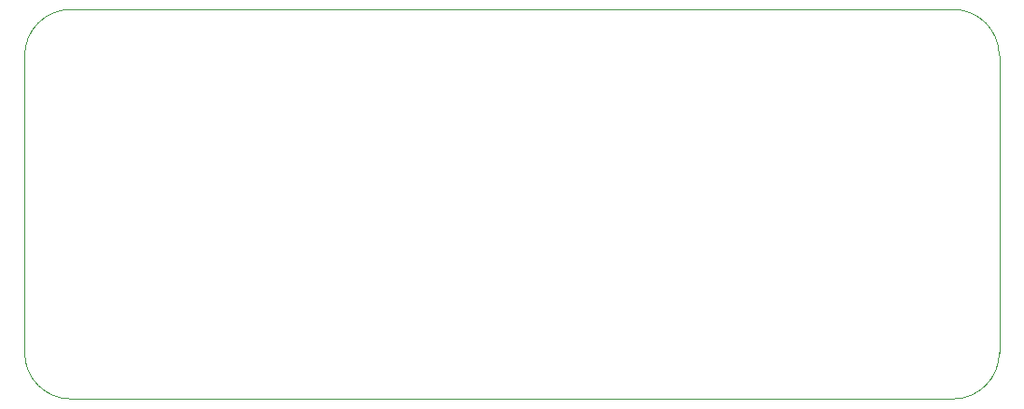
<source format=gbr>
G04 #@! TF.GenerationSoftware,KiCad,Pcbnew,(5.1.0)-1*
G04 #@! TF.CreationDate,2021-04-12T00:50:47+02:00*
G04 #@! TF.ProjectId,Drehzahlmesser,44726568-7a61-4686-9c6d-65737365722e,rev?*
G04 #@! TF.SameCoordinates,Original*
G04 #@! TF.FileFunction,Profile,NP*
%FSLAX46Y46*%
G04 Gerber Fmt 4.6, Leading zero omitted, Abs format (unit mm)*
G04 Created by KiCad (PCBNEW (5.1.0)-1) date 2021-04-12 00:50:47*
%MOMM*%
%LPD*%
G04 APERTURE LIST*
%ADD10C,0.050000*%
G04 APERTURE END LIST*
D10*
X174300000Y-49000000D02*
G75*
G02X178500000Y-53200000I0J-4200000D01*
G01*
X178500000Y-80200000D02*
G75*
G02X174300000Y-84400000I-4200000J0D01*
G01*
X178500000Y-80200000D02*
X178500000Y-53200000D01*
X94300000Y-84400000D02*
X174300000Y-84400000D01*
X94300000Y-84400000D02*
G75*
G02X90100000Y-80200000I0J4200000D01*
G01*
X90100000Y-53200000D02*
X90100000Y-80200000D01*
X94300000Y-49000000D02*
X174300000Y-49000000D01*
X90100000Y-53200000D02*
G75*
G02X94300000Y-49000000I4200000J0D01*
G01*
M02*

</source>
